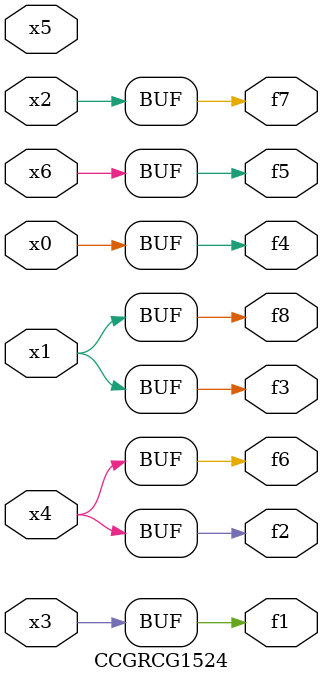
<source format=v>
module CCGRCG1524(
	input x0, x1, x2, x3, x4, x5, x6,
	output f1, f2, f3, f4, f5, f6, f7, f8
);
	assign f1 = x3;
	assign f2 = x4;
	assign f3 = x1;
	assign f4 = x0;
	assign f5 = x6;
	assign f6 = x4;
	assign f7 = x2;
	assign f8 = x1;
endmodule

</source>
